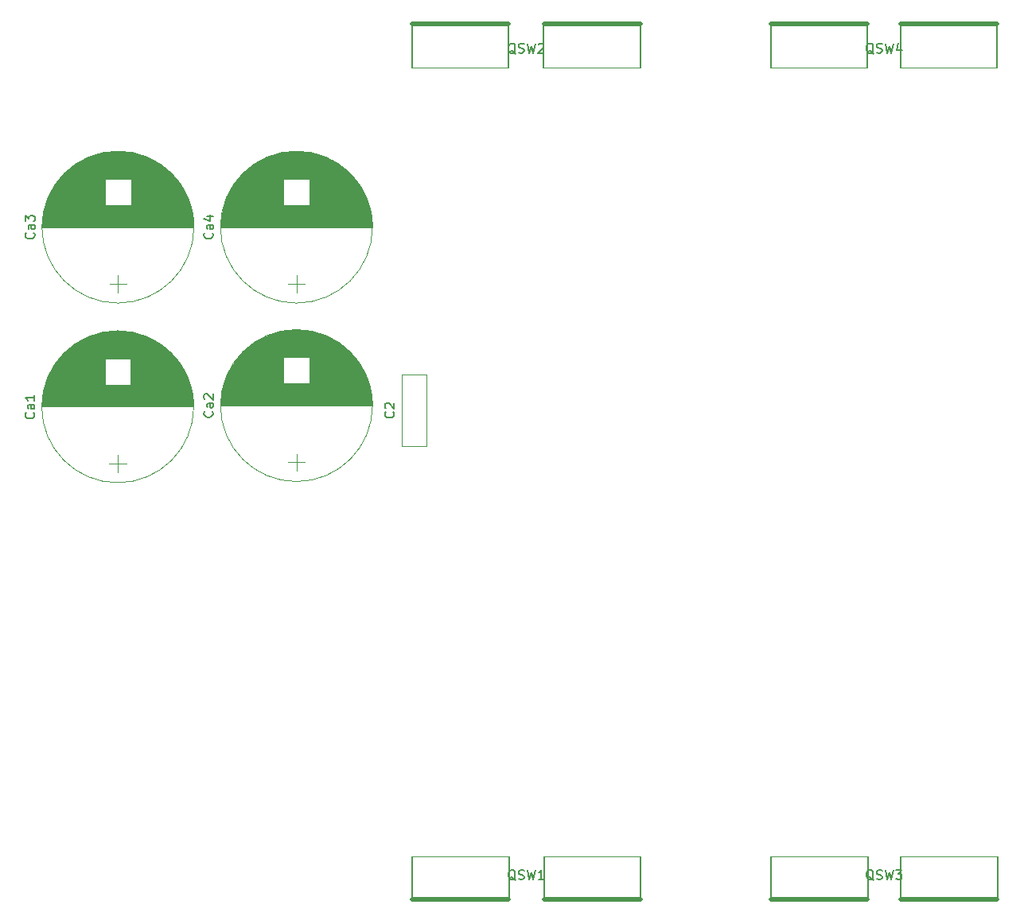
<source format=gbr>
G04 #@! TF.GenerationSoftware,KiCad,Pcbnew,(5.1.2)-1*
G04 #@! TF.CreationDate,2019-07-12T20:41:11-07:00*
G04 #@! TF.ProjectId,1000WConverter_r1_pwr,31303030-5743-46f6-9e76-65727465725f,rev?*
G04 #@! TF.SameCoordinates,Original*
G04 #@! TF.FileFunction,Legend,Top*
G04 #@! TF.FilePolarity,Positive*
%FSLAX46Y46*%
G04 Gerber Fmt 4.6, Leading zero omitted, Abs format (unit mm)*
G04 Created by KiCad (PCBNEW (5.1.2)-1) date 2019-07-12 20:41:11*
%MOMM*%
%LPD*%
G04 APERTURE LIST*
%ADD10C,0.120000*%
%ADD11C,0.480000*%
%ADD12C,0.150000*%
G04 APERTURE END LIST*
D10*
X-35410000Y25000000D02*
G75*
G03X-35410000Y25000000I-8090000J0D01*
G01*
X-51551000Y25000000D02*
X-35449000Y25000000D01*
X-51550000Y25040000D02*
X-35450000Y25040000D01*
X-51550000Y25080000D02*
X-35450000Y25080000D01*
X-51550000Y25120000D02*
X-35450000Y25120000D01*
X-51549000Y25160000D02*
X-35451000Y25160000D01*
X-51548000Y25200000D02*
X-35452000Y25200000D01*
X-51547000Y25240000D02*
X-35453000Y25240000D01*
X-51546000Y25280000D02*
X-35454000Y25280000D01*
X-51544000Y25320000D02*
X-35456000Y25320000D01*
X-51542000Y25360000D02*
X-35458000Y25360000D01*
X-51541000Y25400000D02*
X-35459000Y25400000D01*
X-51539000Y25440000D02*
X-35461000Y25440000D01*
X-51536000Y25480000D02*
X-35464000Y25480000D01*
X-51534000Y25520000D02*
X-35466000Y25520000D01*
X-51531000Y25560000D02*
X-35469000Y25560000D01*
X-51528000Y25600000D02*
X-35472000Y25600000D01*
X-51525000Y25640000D02*
X-35475000Y25640000D01*
X-51522000Y25680000D02*
X-35478000Y25680000D01*
X-51518000Y25721000D02*
X-35482000Y25721000D01*
X-51515000Y25761000D02*
X-35485000Y25761000D01*
X-51511000Y25801000D02*
X-35489000Y25801000D01*
X-51507000Y25841000D02*
X-35493000Y25841000D01*
X-51502000Y25881000D02*
X-35498000Y25881000D01*
X-51498000Y25921000D02*
X-35502000Y25921000D01*
X-51493000Y25961000D02*
X-35507000Y25961000D01*
X-51488000Y26001000D02*
X-35512000Y26001000D01*
X-51483000Y26041000D02*
X-35517000Y26041000D01*
X-51478000Y26081000D02*
X-35522000Y26081000D01*
X-51473000Y26121000D02*
X-35527000Y26121000D01*
X-51467000Y26161000D02*
X-35533000Y26161000D01*
X-51461000Y26201000D02*
X-35539000Y26201000D01*
X-51455000Y26241000D02*
X-35545000Y26241000D01*
X-51449000Y26281000D02*
X-35551000Y26281000D01*
X-51442000Y26321000D02*
X-35558000Y26321000D01*
X-51435000Y26361000D02*
X-35565000Y26361000D01*
X-51428000Y26401000D02*
X-35572000Y26401000D01*
X-51421000Y26441000D02*
X-35579000Y26441000D01*
X-51414000Y26481000D02*
X-35586000Y26481000D01*
X-51406000Y26521000D02*
X-35594000Y26521000D01*
X-51399000Y26561000D02*
X-35601000Y26561000D01*
X-51391000Y26601000D02*
X-35609000Y26601000D01*
X-51383000Y26641000D02*
X-35617000Y26641000D01*
X-51374000Y26681000D02*
X-35626000Y26681000D01*
X-51366000Y26721000D02*
X-35634000Y26721000D01*
X-51357000Y26761000D02*
X-35643000Y26761000D01*
X-51348000Y26801000D02*
X-35652000Y26801000D01*
X-51338000Y26841000D02*
X-35662000Y26841000D01*
X-51329000Y26881000D02*
X-35671000Y26881000D01*
X-51319000Y26921000D02*
X-35681000Y26921000D01*
X-51309000Y26961000D02*
X-35691000Y26961000D01*
X-51299000Y27001000D02*
X-35701000Y27001000D01*
X-51289000Y27041000D02*
X-35711000Y27041000D01*
X-51279000Y27081000D02*
X-35721000Y27081000D01*
X-51268000Y27121000D02*
X-35732000Y27121000D01*
X-51257000Y27161000D02*
X-35743000Y27161000D01*
X-51246000Y27201000D02*
X-35754000Y27201000D01*
X-51234000Y27241000D02*
X-35766000Y27241000D01*
X-51223000Y27281000D02*
X-35777000Y27281000D01*
X-51211000Y27321000D02*
X-35789000Y27321000D01*
X-51199000Y27361000D02*
X-35801000Y27361000D01*
X-51186000Y27401000D02*
X-44880000Y27401000D01*
X-42120000Y27401000D02*
X-35814000Y27401000D01*
X-51174000Y27441000D02*
X-44880000Y27441000D01*
X-42120000Y27441000D02*
X-35826000Y27441000D01*
X-51161000Y27481000D02*
X-44880000Y27481000D01*
X-42120000Y27481000D02*
X-35839000Y27481000D01*
X-51148000Y27521000D02*
X-44880000Y27521000D01*
X-42120000Y27521000D02*
X-35852000Y27521000D01*
X-51135000Y27561000D02*
X-44880000Y27561000D01*
X-42120000Y27561000D02*
X-35865000Y27561000D01*
X-51121000Y27601000D02*
X-44880000Y27601000D01*
X-42120000Y27601000D02*
X-35879000Y27601000D01*
X-51108000Y27641000D02*
X-44880000Y27641000D01*
X-42120000Y27641000D02*
X-35892000Y27641000D01*
X-51094000Y27681000D02*
X-44880000Y27681000D01*
X-42120000Y27681000D02*
X-35906000Y27681000D01*
X-51080000Y27721000D02*
X-44880000Y27721000D01*
X-42120000Y27721000D02*
X-35920000Y27721000D01*
X-51065000Y27761000D02*
X-44880000Y27761000D01*
X-42120000Y27761000D02*
X-35935000Y27761000D01*
X-51050000Y27801000D02*
X-44880000Y27801000D01*
X-42120000Y27801000D02*
X-35950000Y27801000D01*
X-51036000Y27841000D02*
X-44880000Y27841000D01*
X-42120000Y27841000D02*
X-35964000Y27841000D01*
X-51021000Y27881000D02*
X-44880000Y27881000D01*
X-42120000Y27881000D02*
X-35979000Y27881000D01*
X-51005000Y27921000D02*
X-44880000Y27921000D01*
X-42120000Y27921000D02*
X-35995000Y27921000D01*
X-50990000Y27961000D02*
X-44880000Y27961000D01*
X-42120000Y27961000D02*
X-36010000Y27961000D01*
X-50974000Y28001000D02*
X-44880000Y28001000D01*
X-42120000Y28001000D02*
X-36026000Y28001000D01*
X-50958000Y28041000D02*
X-44880000Y28041000D01*
X-42120000Y28041000D02*
X-36042000Y28041000D01*
X-50941000Y28081000D02*
X-44880000Y28081000D01*
X-42120000Y28081000D02*
X-36059000Y28081000D01*
X-50925000Y28121000D02*
X-44880000Y28121000D01*
X-42120000Y28121000D02*
X-36075000Y28121000D01*
X-50908000Y28161000D02*
X-44880000Y28161000D01*
X-42120000Y28161000D02*
X-36092000Y28161000D01*
X-50891000Y28201000D02*
X-44880000Y28201000D01*
X-42120000Y28201000D02*
X-36109000Y28201000D01*
X-50873000Y28241000D02*
X-44880000Y28241000D01*
X-42120000Y28241000D02*
X-36127000Y28241000D01*
X-50856000Y28281000D02*
X-44880000Y28281000D01*
X-42120000Y28281000D02*
X-36144000Y28281000D01*
X-50838000Y28321000D02*
X-44880000Y28321000D01*
X-42120000Y28321000D02*
X-36162000Y28321000D01*
X-50820000Y28361000D02*
X-44880000Y28361000D01*
X-42120000Y28361000D02*
X-36180000Y28361000D01*
X-50801000Y28401000D02*
X-44880000Y28401000D01*
X-42120000Y28401000D02*
X-36199000Y28401000D01*
X-50783000Y28441000D02*
X-44880000Y28441000D01*
X-42120000Y28441000D02*
X-36217000Y28441000D01*
X-50764000Y28481000D02*
X-44880000Y28481000D01*
X-42120000Y28481000D02*
X-36236000Y28481000D01*
X-50745000Y28521000D02*
X-44880000Y28521000D01*
X-42120000Y28521000D02*
X-36255000Y28521000D01*
X-50725000Y28561000D02*
X-44880000Y28561000D01*
X-42120000Y28561000D02*
X-36275000Y28561000D01*
X-50705000Y28601000D02*
X-44880000Y28601000D01*
X-42120000Y28601000D02*
X-36295000Y28601000D01*
X-50685000Y28641000D02*
X-44880000Y28641000D01*
X-42120000Y28641000D02*
X-36315000Y28641000D01*
X-50665000Y28681000D02*
X-44880000Y28681000D01*
X-42120000Y28681000D02*
X-36335000Y28681000D01*
X-50644000Y28721000D02*
X-44880000Y28721000D01*
X-42120000Y28721000D02*
X-36356000Y28721000D01*
X-50624000Y28761000D02*
X-44880000Y28761000D01*
X-42120000Y28761000D02*
X-36376000Y28761000D01*
X-50602000Y28801000D02*
X-44880000Y28801000D01*
X-42120000Y28801000D02*
X-36398000Y28801000D01*
X-50581000Y28841000D02*
X-44880000Y28841000D01*
X-42120000Y28841000D02*
X-36419000Y28841000D01*
X-50559000Y28881000D02*
X-44880000Y28881000D01*
X-42120000Y28881000D02*
X-36441000Y28881000D01*
X-50537000Y28921000D02*
X-44880000Y28921000D01*
X-42120000Y28921000D02*
X-36463000Y28921000D01*
X-50515000Y28961000D02*
X-44880000Y28961000D01*
X-42120000Y28961000D02*
X-36485000Y28961000D01*
X-50492000Y29001000D02*
X-44880000Y29001000D01*
X-42120000Y29001000D02*
X-36508000Y29001000D01*
X-50470000Y29041000D02*
X-44880000Y29041000D01*
X-42120000Y29041000D02*
X-36530000Y29041000D01*
X-50446000Y29081000D02*
X-44880000Y29081000D01*
X-42120000Y29081000D02*
X-36554000Y29081000D01*
X-50423000Y29121000D02*
X-44880000Y29121000D01*
X-42120000Y29121000D02*
X-36577000Y29121000D01*
X-50399000Y29161000D02*
X-44880000Y29161000D01*
X-42120000Y29161000D02*
X-36601000Y29161000D01*
X-50375000Y29201000D02*
X-44880000Y29201000D01*
X-42120000Y29201000D02*
X-36625000Y29201000D01*
X-50350000Y29241000D02*
X-44880000Y29241000D01*
X-42120000Y29241000D02*
X-36650000Y29241000D01*
X-50326000Y29281000D02*
X-44880000Y29281000D01*
X-42120000Y29281000D02*
X-36674000Y29281000D01*
X-50301000Y29321000D02*
X-44880000Y29321000D01*
X-42120000Y29321000D02*
X-36699000Y29321000D01*
X-50275000Y29361000D02*
X-44880000Y29361000D01*
X-42120000Y29361000D02*
X-36725000Y29361000D01*
X-50249000Y29401000D02*
X-44880000Y29401000D01*
X-42120000Y29401000D02*
X-36751000Y29401000D01*
X-50223000Y29441000D02*
X-44880000Y29441000D01*
X-42120000Y29441000D02*
X-36777000Y29441000D01*
X-50197000Y29481000D02*
X-44880000Y29481000D01*
X-42120000Y29481000D02*
X-36803000Y29481000D01*
X-50170000Y29521000D02*
X-44880000Y29521000D01*
X-42120000Y29521000D02*
X-36830000Y29521000D01*
X-50143000Y29561000D02*
X-44880000Y29561000D01*
X-42120000Y29561000D02*
X-36857000Y29561000D01*
X-50115000Y29601000D02*
X-44880000Y29601000D01*
X-42120000Y29601000D02*
X-36885000Y29601000D01*
X-50088000Y29641000D02*
X-44880000Y29641000D01*
X-42120000Y29641000D02*
X-36912000Y29641000D01*
X-50059000Y29681000D02*
X-44880000Y29681000D01*
X-42120000Y29681000D02*
X-36941000Y29681000D01*
X-50031000Y29721000D02*
X-44880000Y29721000D01*
X-42120000Y29721000D02*
X-36969000Y29721000D01*
X-50002000Y29761000D02*
X-44880000Y29761000D01*
X-42120000Y29761000D02*
X-36998000Y29761000D01*
X-49973000Y29801000D02*
X-44880000Y29801000D01*
X-42120000Y29801000D02*
X-37027000Y29801000D01*
X-49943000Y29841000D02*
X-44880000Y29841000D01*
X-42120000Y29841000D02*
X-37057000Y29841000D01*
X-49913000Y29881000D02*
X-44880000Y29881000D01*
X-42120000Y29881000D02*
X-37087000Y29881000D01*
X-49882000Y29921000D02*
X-44880000Y29921000D01*
X-42120000Y29921000D02*
X-37118000Y29921000D01*
X-49852000Y29961000D02*
X-44880000Y29961000D01*
X-42120000Y29961000D02*
X-37148000Y29961000D01*
X-49820000Y30001000D02*
X-44880000Y30001000D01*
X-42120000Y30001000D02*
X-37180000Y30001000D01*
X-49789000Y30041000D02*
X-44880000Y30041000D01*
X-42120000Y30041000D02*
X-37211000Y30041000D01*
X-49757000Y30081000D02*
X-44880000Y30081000D01*
X-42120000Y30081000D02*
X-37243000Y30081000D01*
X-49724000Y30121000D02*
X-44880000Y30121000D01*
X-42120000Y30121000D02*
X-37276000Y30121000D01*
X-49691000Y30161000D02*
X-37309000Y30161000D01*
X-49658000Y30201000D02*
X-37342000Y30201000D01*
X-49624000Y30241000D02*
X-37376000Y30241000D01*
X-49590000Y30281000D02*
X-37410000Y30281000D01*
X-49555000Y30321000D02*
X-37445000Y30321000D01*
X-49520000Y30361000D02*
X-37480000Y30361000D01*
X-49484000Y30401000D02*
X-37516000Y30401000D01*
X-49448000Y30441000D02*
X-37552000Y30441000D01*
X-49412000Y30481000D02*
X-37588000Y30481000D01*
X-49375000Y30521000D02*
X-37625000Y30521000D01*
X-49337000Y30561000D02*
X-37663000Y30561000D01*
X-49299000Y30601000D02*
X-37701000Y30601000D01*
X-49260000Y30641000D02*
X-37740000Y30641000D01*
X-49221000Y30681000D02*
X-37779000Y30681000D01*
X-49181000Y30721000D02*
X-37819000Y30721000D01*
X-49141000Y30761000D02*
X-37859000Y30761000D01*
X-49100000Y30801000D02*
X-37900000Y30801000D01*
X-49059000Y30841000D02*
X-37941000Y30841000D01*
X-49017000Y30881000D02*
X-37983000Y30881000D01*
X-48974000Y30921000D02*
X-38026000Y30921000D01*
X-48931000Y30961000D02*
X-38069000Y30961000D01*
X-48887000Y31001000D02*
X-38113000Y31001000D01*
X-48843000Y31041000D02*
X-38157000Y31041000D01*
X-48797000Y31081000D02*
X-38203000Y31081000D01*
X-48751000Y31121000D02*
X-38249000Y31121000D01*
X-48705000Y31161000D02*
X-38295000Y31161000D01*
X-48657000Y31201000D02*
X-38343000Y31201000D01*
X-48609000Y31241000D02*
X-38391000Y31241000D01*
X-48560000Y31281000D02*
X-38440000Y31281000D01*
X-48511000Y31321000D02*
X-38489000Y31321000D01*
X-48460000Y31361000D02*
X-38540000Y31361000D01*
X-48409000Y31401000D02*
X-38591000Y31401000D01*
X-48357000Y31441000D02*
X-38643000Y31441000D01*
X-48304000Y31481000D02*
X-38696000Y31481000D01*
X-48250000Y31521000D02*
X-38750000Y31521000D01*
X-48195000Y31561000D02*
X-38805000Y31561000D01*
X-48139000Y31601000D02*
X-38861000Y31601000D01*
X-48082000Y31641000D02*
X-38918000Y31641000D01*
X-48024000Y31681000D02*
X-38976000Y31681000D01*
X-47965000Y31721000D02*
X-39035000Y31721000D01*
X-47905000Y31761000D02*
X-39095000Y31761000D01*
X-47843000Y31801000D02*
X-39157000Y31801000D01*
X-47781000Y31841000D02*
X-39219000Y31841000D01*
X-47717000Y31881000D02*
X-39283000Y31881000D01*
X-47651000Y31921000D02*
X-39349000Y31921000D01*
X-47584000Y31961000D02*
X-39416000Y31961000D01*
X-47516000Y32001000D02*
X-39484000Y32001000D01*
X-47446000Y32041000D02*
X-39554000Y32041000D01*
X-47375000Y32081000D02*
X-39625000Y32081000D01*
X-47302000Y32121000D02*
X-39698000Y32121000D01*
X-47226000Y32161000D02*
X-39774000Y32161000D01*
X-47149000Y32201000D02*
X-39851000Y32201000D01*
X-47070000Y32241000D02*
X-39930000Y32241000D01*
X-46989000Y32281000D02*
X-40011000Y32281000D01*
X-46905000Y32321000D02*
X-40095000Y32321000D01*
X-46819000Y32361000D02*
X-40181000Y32361000D01*
X-46730000Y32401000D02*
X-40270000Y32401000D01*
X-46638000Y32441000D02*
X-40362000Y32441000D01*
X-46542000Y32481000D02*
X-40458000Y32481000D01*
X-46443000Y32521000D02*
X-40557000Y32521000D01*
X-46341000Y32561000D02*
X-40659000Y32561000D01*
X-46233000Y32601000D02*
X-40767000Y32601000D01*
X-46121000Y32641000D02*
X-40879000Y32641000D01*
X-46003000Y32681000D02*
X-40997000Y32681000D01*
X-45879000Y32721000D02*
X-41121000Y32721000D01*
X-45748000Y32761000D02*
X-41252000Y32761000D01*
X-45607000Y32801000D02*
X-41393000Y32801000D01*
X-45456000Y32841000D02*
X-41544000Y32841000D01*
X-45292000Y32881000D02*
X-41708000Y32881000D01*
X-45110000Y32921000D02*
X-41890000Y32921000D01*
X-44905000Y32961000D02*
X-42095000Y32961000D01*
X-44664000Y33001000D02*
X-42336000Y33001000D01*
X-44359000Y33041000D02*
X-42641000Y33041000D01*
X-43863000Y33081000D02*
X-43137000Y33081000D01*
X-43500000Y18050000D02*
X-43500000Y19850000D01*
X-44400000Y18950000D02*
X-42600000Y18950000D01*
X-63400000Y18950000D02*
X-61600000Y18950000D01*
X-62500000Y18050000D02*
X-62500000Y19850000D01*
X-62863000Y33081000D02*
X-62137000Y33081000D01*
X-63359000Y33041000D02*
X-61641000Y33041000D01*
X-63664000Y33001000D02*
X-61336000Y33001000D01*
X-63905000Y32961000D02*
X-61095000Y32961000D01*
X-64110000Y32921000D02*
X-60890000Y32921000D01*
X-64292000Y32881000D02*
X-60708000Y32881000D01*
X-64456000Y32841000D02*
X-60544000Y32841000D01*
X-64607000Y32801000D02*
X-60393000Y32801000D01*
X-64748000Y32761000D02*
X-60252000Y32761000D01*
X-64879000Y32721000D02*
X-60121000Y32721000D01*
X-65003000Y32681000D02*
X-59997000Y32681000D01*
X-65121000Y32641000D02*
X-59879000Y32641000D01*
X-65233000Y32601000D02*
X-59767000Y32601000D01*
X-65341000Y32561000D02*
X-59659000Y32561000D01*
X-65443000Y32521000D02*
X-59557000Y32521000D01*
X-65542000Y32481000D02*
X-59458000Y32481000D01*
X-65638000Y32441000D02*
X-59362000Y32441000D01*
X-65730000Y32401000D02*
X-59270000Y32401000D01*
X-65819000Y32361000D02*
X-59181000Y32361000D01*
X-65905000Y32321000D02*
X-59095000Y32321000D01*
X-65989000Y32281000D02*
X-59011000Y32281000D01*
X-66070000Y32241000D02*
X-58930000Y32241000D01*
X-66149000Y32201000D02*
X-58851000Y32201000D01*
X-66226000Y32161000D02*
X-58774000Y32161000D01*
X-66302000Y32121000D02*
X-58698000Y32121000D01*
X-66375000Y32081000D02*
X-58625000Y32081000D01*
X-66446000Y32041000D02*
X-58554000Y32041000D01*
X-66516000Y32001000D02*
X-58484000Y32001000D01*
X-66584000Y31961000D02*
X-58416000Y31961000D01*
X-66651000Y31921000D02*
X-58349000Y31921000D01*
X-66717000Y31881000D02*
X-58283000Y31881000D01*
X-66781000Y31841000D02*
X-58219000Y31841000D01*
X-66843000Y31801000D02*
X-58157000Y31801000D01*
X-66905000Y31761000D02*
X-58095000Y31761000D01*
X-66965000Y31721000D02*
X-58035000Y31721000D01*
X-67024000Y31681000D02*
X-57976000Y31681000D01*
X-67082000Y31641000D02*
X-57918000Y31641000D01*
X-67139000Y31601000D02*
X-57861000Y31601000D01*
X-67195000Y31561000D02*
X-57805000Y31561000D01*
X-67250000Y31521000D02*
X-57750000Y31521000D01*
X-67304000Y31481000D02*
X-57696000Y31481000D01*
X-67357000Y31441000D02*
X-57643000Y31441000D01*
X-67409000Y31401000D02*
X-57591000Y31401000D01*
X-67460000Y31361000D02*
X-57540000Y31361000D01*
X-67511000Y31321000D02*
X-57489000Y31321000D01*
X-67560000Y31281000D02*
X-57440000Y31281000D01*
X-67609000Y31241000D02*
X-57391000Y31241000D01*
X-67657000Y31201000D02*
X-57343000Y31201000D01*
X-67705000Y31161000D02*
X-57295000Y31161000D01*
X-67751000Y31121000D02*
X-57249000Y31121000D01*
X-67797000Y31081000D02*
X-57203000Y31081000D01*
X-67843000Y31041000D02*
X-57157000Y31041000D01*
X-67887000Y31001000D02*
X-57113000Y31001000D01*
X-67931000Y30961000D02*
X-57069000Y30961000D01*
X-67974000Y30921000D02*
X-57026000Y30921000D01*
X-68017000Y30881000D02*
X-56983000Y30881000D01*
X-68059000Y30841000D02*
X-56941000Y30841000D01*
X-68100000Y30801000D02*
X-56900000Y30801000D01*
X-68141000Y30761000D02*
X-56859000Y30761000D01*
X-68181000Y30721000D02*
X-56819000Y30721000D01*
X-68221000Y30681000D02*
X-56779000Y30681000D01*
X-68260000Y30641000D02*
X-56740000Y30641000D01*
X-68299000Y30601000D02*
X-56701000Y30601000D01*
X-68337000Y30561000D02*
X-56663000Y30561000D01*
X-68375000Y30521000D02*
X-56625000Y30521000D01*
X-68412000Y30481000D02*
X-56588000Y30481000D01*
X-68448000Y30441000D02*
X-56552000Y30441000D01*
X-68484000Y30401000D02*
X-56516000Y30401000D01*
X-68520000Y30361000D02*
X-56480000Y30361000D01*
X-68555000Y30321000D02*
X-56445000Y30321000D01*
X-68590000Y30281000D02*
X-56410000Y30281000D01*
X-68624000Y30241000D02*
X-56376000Y30241000D01*
X-68658000Y30201000D02*
X-56342000Y30201000D01*
X-68691000Y30161000D02*
X-56309000Y30161000D01*
X-61120000Y30121000D02*
X-56276000Y30121000D01*
X-68724000Y30121000D02*
X-63880000Y30121000D01*
X-61120000Y30081000D02*
X-56243000Y30081000D01*
X-68757000Y30081000D02*
X-63880000Y30081000D01*
X-61120000Y30041000D02*
X-56211000Y30041000D01*
X-68789000Y30041000D02*
X-63880000Y30041000D01*
X-61120000Y30001000D02*
X-56180000Y30001000D01*
X-68820000Y30001000D02*
X-63880000Y30001000D01*
X-61120000Y29961000D02*
X-56148000Y29961000D01*
X-68852000Y29961000D02*
X-63880000Y29961000D01*
X-61120000Y29921000D02*
X-56118000Y29921000D01*
X-68882000Y29921000D02*
X-63880000Y29921000D01*
X-61120000Y29881000D02*
X-56087000Y29881000D01*
X-68913000Y29881000D02*
X-63880000Y29881000D01*
X-61120000Y29841000D02*
X-56057000Y29841000D01*
X-68943000Y29841000D02*
X-63880000Y29841000D01*
X-61120000Y29801000D02*
X-56027000Y29801000D01*
X-68973000Y29801000D02*
X-63880000Y29801000D01*
X-61120000Y29761000D02*
X-55998000Y29761000D01*
X-69002000Y29761000D02*
X-63880000Y29761000D01*
X-61120000Y29721000D02*
X-55969000Y29721000D01*
X-69031000Y29721000D02*
X-63880000Y29721000D01*
X-61120000Y29681000D02*
X-55941000Y29681000D01*
X-69059000Y29681000D02*
X-63880000Y29681000D01*
X-61120000Y29641000D02*
X-55912000Y29641000D01*
X-69088000Y29641000D02*
X-63880000Y29641000D01*
X-61120000Y29601000D02*
X-55885000Y29601000D01*
X-69115000Y29601000D02*
X-63880000Y29601000D01*
X-61120000Y29561000D02*
X-55857000Y29561000D01*
X-69143000Y29561000D02*
X-63880000Y29561000D01*
X-61120000Y29521000D02*
X-55830000Y29521000D01*
X-69170000Y29521000D02*
X-63880000Y29521000D01*
X-61120000Y29481000D02*
X-55803000Y29481000D01*
X-69197000Y29481000D02*
X-63880000Y29481000D01*
X-61120000Y29441000D02*
X-55777000Y29441000D01*
X-69223000Y29441000D02*
X-63880000Y29441000D01*
X-61120000Y29401000D02*
X-55751000Y29401000D01*
X-69249000Y29401000D02*
X-63880000Y29401000D01*
X-61120000Y29361000D02*
X-55725000Y29361000D01*
X-69275000Y29361000D02*
X-63880000Y29361000D01*
X-61120000Y29321000D02*
X-55699000Y29321000D01*
X-69301000Y29321000D02*
X-63880000Y29321000D01*
X-61120000Y29281000D02*
X-55674000Y29281000D01*
X-69326000Y29281000D02*
X-63880000Y29281000D01*
X-61120000Y29241000D02*
X-55650000Y29241000D01*
X-69350000Y29241000D02*
X-63880000Y29241000D01*
X-61120000Y29201000D02*
X-55625000Y29201000D01*
X-69375000Y29201000D02*
X-63880000Y29201000D01*
X-61120000Y29161000D02*
X-55601000Y29161000D01*
X-69399000Y29161000D02*
X-63880000Y29161000D01*
X-61120000Y29121000D02*
X-55577000Y29121000D01*
X-69423000Y29121000D02*
X-63880000Y29121000D01*
X-61120000Y29081000D02*
X-55554000Y29081000D01*
X-69446000Y29081000D02*
X-63880000Y29081000D01*
X-61120000Y29041000D02*
X-55530000Y29041000D01*
X-69470000Y29041000D02*
X-63880000Y29041000D01*
X-61120000Y29001000D02*
X-55508000Y29001000D01*
X-69492000Y29001000D02*
X-63880000Y29001000D01*
X-61120000Y28961000D02*
X-55485000Y28961000D01*
X-69515000Y28961000D02*
X-63880000Y28961000D01*
X-61120000Y28921000D02*
X-55463000Y28921000D01*
X-69537000Y28921000D02*
X-63880000Y28921000D01*
X-61120000Y28881000D02*
X-55441000Y28881000D01*
X-69559000Y28881000D02*
X-63880000Y28881000D01*
X-61120000Y28841000D02*
X-55419000Y28841000D01*
X-69581000Y28841000D02*
X-63880000Y28841000D01*
X-61120000Y28801000D02*
X-55398000Y28801000D01*
X-69602000Y28801000D02*
X-63880000Y28801000D01*
X-61120000Y28761000D02*
X-55376000Y28761000D01*
X-69624000Y28761000D02*
X-63880000Y28761000D01*
X-61120000Y28721000D02*
X-55356000Y28721000D01*
X-69644000Y28721000D02*
X-63880000Y28721000D01*
X-61120000Y28681000D02*
X-55335000Y28681000D01*
X-69665000Y28681000D02*
X-63880000Y28681000D01*
X-61120000Y28641000D02*
X-55315000Y28641000D01*
X-69685000Y28641000D02*
X-63880000Y28641000D01*
X-61120000Y28601000D02*
X-55295000Y28601000D01*
X-69705000Y28601000D02*
X-63880000Y28601000D01*
X-61120000Y28561000D02*
X-55275000Y28561000D01*
X-69725000Y28561000D02*
X-63880000Y28561000D01*
X-61120000Y28521000D02*
X-55255000Y28521000D01*
X-69745000Y28521000D02*
X-63880000Y28521000D01*
X-61120000Y28481000D02*
X-55236000Y28481000D01*
X-69764000Y28481000D02*
X-63880000Y28481000D01*
X-61120000Y28441000D02*
X-55217000Y28441000D01*
X-69783000Y28441000D02*
X-63880000Y28441000D01*
X-61120000Y28401000D02*
X-55199000Y28401000D01*
X-69801000Y28401000D02*
X-63880000Y28401000D01*
X-61120000Y28361000D02*
X-55180000Y28361000D01*
X-69820000Y28361000D02*
X-63880000Y28361000D01*
X-61120000Y28321000D02*
X-55162000Y28321000D01*
X-69838000Y28321000D02*
X-63880000Y28321000D01*
X-61120000Y28281000D02*
X-55144000Y28281000D01*
X-69856000Y28281000D02*
X-63880000Y28281000D01*
X-61120000Y28241000D02*
X-55127000Y28241000D01*
X-69873000Y28241000D02*
X-63880000Y28241000D01*
X-61120000Y28201000D02*
X-55109000Y28201000D01*
X-69891000Y28201000D02*
X-63880000Y28201000D01*
X-61120000Y28161000D02*
X-55092000Y28161000D01*
X-69908000Y28161000D02*
X-63880000Y28161000D01*
X-61120000Y28121000D02*
X-55075000Y28121000D01*
X-69925000Y28121000D02*
X-63880000Y28121000D01*
X-61120000Y28081000D02*
X-55059000Y28081000D01*
X-69941000Y28081000D02*
X-63880000Y28081000D01*
X-61120000Y28041000D02*
X-55042000Y28041000D01*
X-69958000Y28041000D02*
X-63880000Y28041000D01*
X-61120000Y28001000D02*
X-55026000Y28001000D01*
X-69974000Y28001000D02*
X-63880000Y28001000D01*
X-61120000Y27961000D02*
X-55010000Y27961000D01*
X-69990000Y27961000D02*
X-63880000Y27961000D01*
X-61120000Y27921000D02*
X-54995000Y27921000D01*
X-70005000Y27921000D02*
X-63880000Y27921000D01*
X-61120000Y27881000D02*
X-54979000Y27881000D01*
X-70021000Y27881000D02*
X-63880000Y27881000D01*
X-61120000Y27841000D02*
X-54964000Y27841000D01*
X-70036000Y27841000D02*
X-63880000Y27841000D01*
X-61120000Y27801000D02*
X-54950000Y27801000D01*
X-70050000Y27801000D02*
X-63880000Y27801000D01*
X-61120000Y27761000D02*
X-54935000Y27761000D01*
X-70065000Y27761000D02*
X-63880000Y27761000D01*
X-61120000Y27721000D02*
X-54920000Y27721000D01*
X-70080000Y27721000D02*
X-63880000Y27721000D01*
X-61120000Y27681000D02*
X-54906000Y27681000D01*
X-70094000Y27681000D02*
X-63880000Y27681000D01*
X-61120000Y27641000D02*
X-54892000Y27641000D01*
X-70108000Y27641000D02*
X-63880000Y27641000D01*
X-61120000Y27601000D02*
X-54879000Y27601000D01*
X-70121000Y27601000D02*
X-63880000Y27601000D01*
X-61120000Y27561000D02*
X-54865000Y27561000D01*
X-70135000Y27561000D02*
X-63880000Y27561000D01*
X-61120000Y27521000D02*
X-54852000Y27521000D01*
X-70148000Y27521000D02*
X-63880000Y27521000D01*
X-61120000Y27481000D02*
X-54839000Y27481000D01*
X-70161000Y27481000D02*
X-63880000Y27481000D01*
X-61120000Y27441000D02*
X-54826000Y27441000D01*
X-70174000Y27441000D02*
X-63880000Y27441000D01*
X-61120000Y27401000D02*
X-54814000Y27401000D01*
X-70186000Y27401000D02*
X-63880000Y27401000D01*
X-70199000Y27361000D02*
X-54801000Y27361000D01*
X-70211000Y27321000D02*
X-54789000Y27321000D01*
X-70223000Y27281000D02*
X-54777000Y27281000D01*
X-70234000Y27241000D02*
X-54766000Y27241000D01*
X-70246000Y27201000D02*
X-54754000Y27201000D01*
X-70257000Y27161000D02*
X-54743000Y27161000D01*
X-70268000Y27121000D02*
X-54732000Y27121000D01*
X-70279000Y27081000D02*
X-54721000Y27081000D01*
X-70289000Y27041000D02*
X-54711000Y27041000D01*
X-70299000Y27001000D02*
X-54701000Y27001000D01*
X-70309000Y26961000D02*
X-54691000Y26961000D01*
X-70319000Y26921000D02*
X-54681000Y26921000D01*
X-70329000Y26881000D02*
X-54671000Y26881000D01*
X-70338000Y26841000D02*
X-54662000Y26841000D01*
X-70348000Y26801000D02*
X-54652000Y26801000D01*
X-70357000Y26761000D02*
X-54643000Y26761000D01*
X-70366000Y26721000D02*
X-54634000Y26721000D01*
X-70374000Y26681000D02*
X-54626000Y26681000D01*
X-70383000Y26641000D02*
X-54617000Y26641000D01*
X-70391000Y26601000D02*
X-54609000Y26601000D01*
X-70399000Y26561000D02*
X-54601000Y26561000D01*
X-70406000Y26521000D02*
X-54594000Y26521000D01*
X-70414000Y26481000D02*
X-54586000Y26481000D01*
X-70421000Y26441000D02*
X-54579000Y26441000D01*
X-70428000Y26401000D02*
X-54572000Y26401000D01*
X-70435000Y26361000D02*
X-54565000Y26361000D01*
X-70442000Y26321000D02*
X-54558000Y26321000D01*
X-70449000Y26281000D02*
X-54551000Y26281000D01*
X-70455000Y26241000D02*
X-54545000Y26241000D01*
X-70461000Y26201000D02*
X-54539000Y26201000D01*
X-70467000Y26161000D02*
X-54533000Y26161000D01*
X-70473000Y26121000D02*
X-54527000Y26121000D01*
X-70478000Y26081000D02*
X-54522000Y26081000D01*
X-70483000Y26041000D02*
X-54517000Y26041000D01*
X-70488000Y26001000D02*
X-54512000Y26001000D01*
X-70493000Y25961000D02*
X-54507000Y25961000D01*
X-70498000Y25921000D02*
X-54502000Y25921000D01*
X-70502000Y25881000D02*
X-54498000Y25881000D01*
X-70507000Y25841000D02*
X-54493000Y25841000D01*
X-70511000Y25801000D02*
X-54489000Y25801000D01*
X-70515000Y25761000D02*
X-54485000Y25761000D01*
X-70518000Y25721000D02*
X-54482000Y25721000D01*
X-70522000Y25680000D02*
X-54478000Y25680000D01*
X-70525000Y25640000D02*
X-54475000Y25640000D01*
X-70528000Y25600000D02*
X-54472000Y25600000D01*
X-70531000Y25560000D02*
X-54469000Y25560000D01*
X-70534000Y25520000D02*
X-54466000Y25520000D01*
X-70536000Y25480000D02*
X-54464000Y25480000D01*
X-70539000Y25440000D02*
X-54461000Y25440000D01*
X-70541000Y25400000D02*
X-54459000Y25400000D01*
X-70542000Y25360000D02*
X-54458000Y25360000D01*
X-70544000Y25320000D02*
X-54456000Y25320000D01*
X-70546000Y25280000D02*
X-54454000Y25280000D01*
X-70547000Y25240000D02*
X-54453000Y25240000D01*
X-70548000Y25200000D02*
X-54452000Y25200000D01*
X-70549000Y25160000D02*
X-54451000Y25160000D01*
X-70550000Y25120000D02*
X-54450000Y25120000D01*
X-70550000Y25080000D02*
X-54450000Y25080000D01*
X-70550000Y25040000D02*
X-54450000Y25040000D01*
X-70551000Y25000000D02*
X-54449000Y25000000D01*
X-54410000Y25000000D02*
G75*
G03X-54410000Y25000000I-8090000J0D01*
G01*
X-35410000Y6000000D02*
G75*
G03X-35410000Y6000000I-8090000J0D01*
G01*
X-51551000Y6000000D02*
X-35449000Y6000000D01*
X-51550000Y6040000D02*
X-35450000Y6040000D01*
X-51550000Y6080000D02*
X-35450000Y6080000D01*
X-51550000Y6120000D02*
X-35450000Y6120000D01*
X-51549000Y6160000D02*
X-35451000Y6160000D01*
X-51548000Y6200000D02*
X-35452000Y6200000D01*
X-51547000Y6240000D02*
X-35453000Y6240000D01*
X-51546000Y6280000D02*
X-35454000Y6280000D01*
X-51544000Y6320000D02*
X-35456000Y6320000D01*
X-51542000Y6360000D02*
X-35458000Y6360000D01*
X-51541000Y6400000D02*
X-35459000Y6400000D01*
X-51539000Y6440000D02*
X-35461000Y6440000D01*
X-51536000Y6480000D02*
X-35464000Y6480000D01*
X-51534000Y6520000D02*
X-35466000Y6520000D01*
X-51531000Y6560000D02*
X-35469000Y6560000D01*
X-51528000Y6600000D02*
X-35472000Y6600000D01*
X-51525000Y6640000D02*
X-35475000Y6640000D01*
X-51522000Y6680000D02*
X-35478000Y6680000D01*
X-51518000Y6721000D02*
X-35482000Y6721000D01*
X-51515000Y6761000D02*
X-35485000Y6761000D01*
X-51511000Y6801000D02*
X-35489000Y6801000D01*
X-51507000Y6841000D02*
X-35493000Y6841000D01*
X-51502000Y6881000D02*
X-35498000Y6881000D01*
X-51498000Y6921000D02*
X-35502000Y6921000D01*
X-51493000Y6961000D02*
X-35507000Y6961000D01*
X-51488000Y7001000D02*
X-35512000Y7001000D01*
X-51483000Y7041000D02*
X-35517000Y7041000D01*
X-51478000Y7081000D02*
X-35522000Y7081000D01*
X-51473000Y7121000D02*
X-35527000Y7121000D01*
X-51467000Y7161000D02*
X-35533000Y7161000D01*
X-51461000Y7201000D02*
X-35539000Y7201000D01*
X-51455000Y7241000D02*
X-35545000Y7241000D01*
X-51449000Y7281000D02*
X-35551000Y7281000D01*
X-51442000Y7321000D02*
X-35558000Y7321000D01*
X-51435000Y7361000D02*
X-35565000Y7361000D01*
X-51428000Y7401000D02*
X-35572000Y7401000D01*
X-51421000Y7441000D02*
X-35579000Y7441000D01*
X-51414000Y7481000D02*
X-35586000Y7481000D01*
X-51406000Y7521000D02*
X-35594000Y7521000D01*
X-51399000Y7561000D02*
X-35601000Y7561000D01*
X-51391000Y7601000D02*
X-35609000Y7601000D01*
X-51383000Y7641000D02*
X-35617000Y7641000D01*
X-51374000Y7681000D02*
X-35626000Y7681000D01*
X-51366000Y7721000D02*
X-35634000Y7721000D01*
X-51357000Y7761000D02*
X-35643000Y7761000D01*
X-51348000Y7801000D02*
X-35652000Y7801000D01*
X-51338000Y7841000D02*
X-35662000Y7841000D01*
X-51329000Y7881000D02*
X-35671000Y7881000D01*
X-51319000Y7921000D02*
X-35681000Y7921000D01*
X-51309000Y7961000D02*
X-35691000Y7961000D01*
X-51299000Y8001000D02*
X-35701000Y8001000D01*
X-51289000Y8041000D02*
X-35711000Y8041000D01*
X-51279000Y8081000D02*
X-35721000Y8081000D01*
X-51268000Y8121000D02*
X-35732000Y8121000D01*
X-51257000Y8161000D02*
X-35743000Y8161000D01*
X-51246000Y8201000D02*
X-35754000Y8201000D01*
X-51234000Y8241000D02*
X-35766000Y8241000D01*
X-51223000Y8281000D02*
X-35777000Y8281000D01*
X-51211000Y8321000D02*
X-35789000Y8321000D01*
X-51199000Y8361000D02*
X-35801000Y8361000D01*
X-51186000Y8401000D02*
X-44880000Y8401000D01*
X-42120000Y8401000D02*
X-35814000Y8401000D01*
X-51174000Y8441000D02*
X-44880000Y8441000D01*
X-42120000Y8441000D02*
X-35826000Y8441000D01*
X-51161000Y8481000D02*
X-44880000Y8481000D01*
X-42120000Y8481000D02*
X-35839000Y8481000D01*
X-51148000Y8521000D02*
X-44880000Y8521000D01*
X-42120000Y8521000D02*
X-35852000Y8521000D01*
X-51135000Y8561000D02*
X-44880000Y8561000D01*
X-42120000Y8561000D02*
X-35865000Y8561000D01*
X-51121000Y8601000D02*
X-44880000Y8601000D01*
X-42120000Y8601000D02*
X-35879000Y8601000D01*
X-51108000Y8641000D02*
X-44880000Y8641000D01*
X-42120000Y8641000D02*
X-35892000Y8641000D01*
X-51094000Y8681000D02*
X-44880000Y8681000D01*
X-42120000Y8681000D02*
X-35906000Y8681000D01*
X-51080000Y8721000D02*
X-44880000Y8721000D01*
X-42120000Y8721000D02*
X-35920000Y8721000D01*
X-51065000Y8761000D02*
X-44880000Y8761000D01*
X-42120000Y8761000D02*
X-35935000Y8761000D01*
X-51050000Y8801000D02*
X-44880000Y8801000D01*
X-42120000Y8801000D02*
X-35950000Y8801000D01*
X-51036000Y8841000D02*
X-44880000Y8841000D01*
X-42120000Y8841000D02*
X-35964000Y8841000D01*
X-51021000Y8881000D02*
X-44880000Y8881000D01*
X-42120000Y8881000D02*
X-35979000Y8881000D01*
X-51005000Y8921000D02*
X-44880000Y8921000D01*
X-42120000Y8921000D02*
X-35995000Y8921000D01*
X-50990000Y8961000D02*
X-44880000Y8961000D01*
X-42120000Y8961000D02*
X-36010000Y8961000D01*
X-50974000Y9001000D02*
X-44880000Y9001000D01*
X-42120000Y9001000D02*
X-36026000Y9001000D01*
X-50958000Y9041000D02*
X-44880000Y9041000D01*
X-42120000Y9041000D02*
X-36042000Y9041000D01*
X-50941000Y9081000D02*
X-44880000Y9081000D01*
X-42120000Y9081000D02*
X-36059000Y9081000D01*
X-50925000Y9121000D02*
X-44880000Y9121000D01*
X-42120000Y9121000D02*
X-36075000Y9121000D01*
X-50908000Y9161000D02*
X-44880000Y9161000D01*
X-42120000Y9161000D02*
X-36092000Y9161000D01*
X-50891000Y9201000D02*
X-44880000Y9201000D01*
X-42120000Y9201000D02*
X-36109000Y9201000D01*
X-50873000Y9241000D02*
X-44880000Y9241000D01*
X-42120000Y9241000D02*
X-36127000Y9241000D01*
X-50856000Y9281000D02*
X-44880000Y9281000D01*
X-42120000Y9281000D02*
X-36144000Y9281000D01*
X-50838000Y9321000D02*
X-44880000Y9321000D01*
X-42120000Y9321000D02*
X-36162000Y9321000D01*
X-50820000Y9361000D02*
X-44880000Y9361000D01*
X-42120000Y9361000D02*
X-36180000Y9361000D01*
X-50801000Y9401000D02*
X-44880000Y9401000D01*
X-42120000Y9401000D02*
X-36199000Y9401000D01*
X-50783000Y9441000D02*
X-44880000Y9441000D01*
X-42120000Y9441000D02*
X-36217000Y9441000D01*
X-50764000Y9481000D02*
X-44880000Y9481000D01*
X-42120000Y9481000D02*
X-36236000Y9481000D01*
X-50745000Y9521000D02*
X-44880000Y9521000D01*
X-42120000Y9521000D02*
X-36255000Y9521000D01*
X-50725000Y9561000D02*
X-44880000Y9561000D01*
X-42120000Y9561000D02*
X-36275000Y9561000D01*
X-50705000Y9601000D02*
X-44880000Y9601000D01*
X-42120000Y9601000D02*
X-36295000Y9601000D01*
X-50685000Y9641000D02*
X-44880000Y9641000D01*
X-42120000Y9641000D02*
X-36315000Y9641000D01*
X-50665000Y9681000D02*
X-44880000Y9681000D01*
X-42120000Y9681000D02*
X-36335000Y9681000D01*
X-50644000Y9721000D02*
X-44880000Y9721000D01*
X-42120000Y9721000D02*
X-36356000Y9721000D01*
X-50624000Y9761000D02*
X-44880000Y9761000D01*
X-42120000Y9761000D02*
X-36376000Y9761000D01*
X-50602000Y9801000D02*
X-44880000Y9801000D01*
X-42120000Y9801000D02*
X-36398000Y9801000D01*
X-50581000Y9841000D02*
X-44880000Y9841000D01*
X-42120000Y9841000D02*
X-36419000Y9841000D01*
X-50559000Y9881000D02*
X-44880000Y9881000D01*
X-42120000Y9881000D02*
X-36441000Y9881000D01*
X-50537000Y9921000D02*
X-44880000Y9921000D01*
X-42120000Y9921000D02*
X-36463000Y9921000D01*
X-50515000Y9961000D02*
X-44880000Y9961000D01*
X-42120000Y9961000D02*
X-36485000Y9961000D01*
X-50492000Y10001000D02*
X-44880000Y10001000D01*
X-42120000Y10001000D02*
X-36508000Y10001000D01*
X-50470000Y10041000D02*
X-44880000Y10041000D01*
X-42120000Y10041000D02*
X-36530000Y10041000D01*
X-50446000Y10081000D02*
X-44880000Y10081000D01*
X-42120000Y10081000D02*
X-36554000Y10081000D01*
X-50423000Y10121000D02*
X-44880000Y10121000D01*
X-42120000Y10121000D02*
X-36577000Y10121000D01*
X-50399000Y10161000D02*
X-44880000Y10161000D01*
X-42120000Y10161000D02*
X-36601000Y10161000D01*
X-50375000Y10201000D02*
X-44880000Y10201000D01*
X-42120000Y10201000D02*
X-36625000Y10201000D01*
X-50350000Y10241000D02*
X-44880000Y10241000D01*
X-42120000Y10241000D02*
X-36650000Y10241000D01*
X-50326000Y10281000D02*
X-44880000Y10281000D01*
X-42120000Y10281000D02*
X-36674000Y10281000D01*
X-50301000Y10321000D02*
X-44880000Y10321000D01*
X-42120000Y10321000D02*
X-36699000Y10321000D01*
X-50275000Y10361000D02*
X-44880000Y10361000D01*
X-42120000Y10361000D02*
X-36725000Y10361000D01*
X-50249000Y10401000D02*
X-44880000Y10401000D01*
X-42120000Y10401000D02*
X-36751000Y10401000D01*
X-50223000Y10441000D02*
X-44880000Y10441000D01*
X-42120000Y10441000D02*
X-36777000Y10441000D01*
X-50197000Y10481000D02*
X-44880000Y10481000D01*
X-42120000Y10481000D02*
X-36803000Y10481000D01*
X-50170000Y10521000D02*
X-44880000Y10521000D01*
X-42120000Y10521000D02*
X-36830000Y10521000D01*
X-50143000Y10561000D02*
X-44880000Y10561000D01*
X-42120000Y10561000D02*
X-36857000Y10561000D01*
X-50115000Y10601000D02*
X-44880000Y10601000D01*
X-42120000Y10601000D02*
X-36885000Y10601000D01*
X-50088000Y10641000D02*
X-44880000Y10641000D01*
X-42120000Y10641000D02*
X-36912000Y10641000D01*
X-50059000Y10681000D02*
X-44880000Y10681000D01*
X-42120000Y10681000D02*
X-36941000Y10681000D01*
X-50031000Y10721000D02*
X-44880000Y10721000D01*
X-42120000Y10721000D02*
X-36969000Y10721000D01*
X-50002000Y10761000D02*
X-44880000Y10761000D01*
X-42120000Y10761000D02*
X-36998000Y10761000D01*
X-49973000Y10801000D02*
X-44880000Y10801000D01*
X-42120000Y10801000D02*
X-37027000Y10801000D01*
X-49943000Y10841000D02*
X-44880000Y10841000D01*
X-42120000Y10841000D02*
X-37057000Y10841000D01*
X-49913000Y10881000D02*
X-44880000Y10881000D01*
X-42120000Y10881000D02*
X-37087000Y10881000D01*
X-49882000Y10921000D02*
X-44880000Y10921000D01*
X-42120000Y10921000D02*
X-37118000Y10921000D01*
X-49852000Y10961000D02*
X-44880000Y10961000D01*
X-42120000Y10961000D02*
X-37148000Y10961000D01*
X-49820000Y11001000D02*
X-44880000Y11001000D01*
X-42120000Y11001000D02*
X-37180000Y11001000D01*
X-49789000Y11041000D02*
X-44880000Y11041000D01*
X-42120000Y11041000D02*
X-37211000Y11041000D01*
X-49757000Y11081000D02*
X-44880000Y11081000D01*
X-42120000Y11081000D02*
X-37243000Y11081000D01*
X-49724000Y11121000D02*
X-44880000Y11121000D01*
X-42120000Y11121000D02*
X-37276000Y11121000D01*
X-49691000Y11161000D02*
X-37309000Y11161000D01*
X-49658000Y11201000D02*
X-37342000Y11201000D01*
X-49624000Y11241000D02*
X-37376000Y11241000D01*
X-49590000Y11281000D02*
X-37410000Y11281000D01*
X-49555000Y11321000D02*
X-37445000Y11321000D01*
X-49520000Y11361000D02*
X-37480000Y11361000D01*
X-49484000Y11401000D02*
X-37516000Y11401000D01*
X-49448000Y11441000D02*
X-37552000Y11441000D01*
X-49412000Y11481000D02*
X-37588000Y11481000D01*
X-49375000Y11521000D02*
X-37625000Y11521000D01*
X-49337000Y11561000D02*
X-37663000Y11561000D01*
X-49299000Y11601000D02*
X-37701000Y11601000D01*
X-49260000Y11641000D02*
X-37740000Y11641000D01*
X-49221000Y11681000D02*
X-37779000Y11681000D01*
X-49181000Y11721000D02*
X-37819000Y11721000D01*
X-49141000Y11761000D02*
X-37859000Y11761000D01*
X-49100000Y11801000D02*
X-37900000Y11801000D01*
X-49059000Y11841000D02*
X-37941000Y11841000D01*
X-49017000Y11881000D02*
X-37983000Y11881000D01*
X-48974000Y11921000D02*
X-38026000Y11921000D01*
X-48931000Y11961000D02*
X-38069000Y11961000D01*
X-48887000Y12001000D02*
X-38113000Y12001000D01*
X-48843000Y12041000D02*
X-38157000Y12041000D01*
X-48797000Y12081000D02*
X-38203000Y12081000D01*
X-48751000Y12121000D02*
X-38249000Y12121000D01*
X-48705000Y12161000D02*
X-38295000Y12161000D01*
X-48657000Y12201000D02*
X-38343000Y12201000D01*
X-48609000Y12241000D02*
X-38391000Y12241000D01*
X-48560000Y12281000D02*
X-38440000Y12281000D01*
X-48511000Y12321000D02*
X-38489000Y12321000D01*
X-48460000Y12361000D02*
X-38540000Y12361000D01*
X-48409000Y12401000D02*
X-38591000Y12401000D01*
X-48357000Y12441000D02*
X-38643000Y12441000D01*
X-48304000Y12481000D02*
X-38696000Y12481000D01*
X-48250000Y12521000D02*
X-38750000Y12521000D01*
X-48195000Y12561000D02*
X-38805000Y12561000D01*
X-48139000Y12601000D02*
X-38861000Y12601000D01*
X-48082000Y12641000D02*
X-38918000Y12641000D01*
X-48024000Y12681000D02*
X-38976000Y12681000D01*
X-47965000Y12721000D02*
X-39035000Y12721000D01*
X-47905000Y12761000D02*
X-39095000Y12761000D01*
X-47843000Y12801000D02*
X-39157000Y12801000D01*
X-47781000Y12841000D02*
X-39219000Y12841000D01*
X-47717000Y12881000D02*
X-39283000Y12881000D01*
X-47651000Y12921000D02*
X-39349000Y12921000D01*
X-47584000Y12961000D02*
X-39416000Y12961000D01*
X-47516000Y13001000D02*
X-39484000Y13001000D01*
X-47446000Y13041000D02*
X-39554000Y13041000D01*
X-47375000Y13081000D02*
X-39625000Y13081000D01*
X-47302000Y13121000D02*
X-39698000Y13121000D01*
X-47226000Y13161000D02*
X-39774000Y13161000D01*
X-47149000Y13201000D02*
X-39851000Y13201000D01*
X-47070000Y13241000D02*
X-39930000Y13241000D01*
X-46989000Y13281000D02*
X-40011000Y13281000D01*
X-46905000Y13321000D02*
X-40095000Y13321000D01*
X-46819000Y13361000D02*
X-40181000Y13361000D01*
X-46730000Y13401000D02*
X-40270000Y13401000D01*
X-46638000Y13441000D02*
X-40362000Y13441000D01*
X-46542000Y13481000D02*
X-40458000Y13481000D01*
X-46443000Y13521000D02*
X-40557000Y13521000D01*
X-46341000Y13561000D02*
X-40659000Y13561000D01*
X-46233000Y13601000D02*
X-40767000Y13601000D01*
X-46121000Y13641000D02*
X-40879000Y13641000D01*
X-46003000Y13681000D02*
X-40997000Y13681000D01*
X-45879000Y13721000D02*
X-41121000Y13721000D01*
X-45748000Y13761000D02*
X-41252000Y13761000D01*
X-45607000Y13801000D02*
X-41393000Y13801000D01*
X-45456000Y13841000D02*
X-41544000Y13841000D01*
X-45292000Y13881000D02*
X-41708000Y13881000D01*
X-45110000Y13921000D02*
X-41890000Y13921000D01*
X-44905000Y13961000D02*
X-42095000Y13961000D01*
X-44664000Y14001000D02*
X-42336000Y14001000D01*
X-44359000Y14041000D02*
X-42641000Y14041000D01*
X-43863000Y14081000D02*
X-43137000Y14081000D01*
X-43500000Y-950000D02*
X-43500000Y850000D01*
X-44400000Y-50000D02*
X-42600000Y-50000D01*
X-63422499Y-174998D02*
X-61622499Y-174998D01*
X-62522499Y-1074998D02*
X-62522499Y725002D01*
X-62885499Y13956002D02*
X-62159499Y13956002D01*
X-63381499Y13916002D02*
X-61663499Y13916002D01*
X-63686499Y13876002D02*
X-61358499Y13876002D01*
X-63927499Y13836002D02*
X-61117499Y13836002D01*
X-64132499Y13796002D02*
X-60912499Y13796002D01*
X-64314499Y13756002D02*
X-60730499Y13756002D01*
X-64478499Y13716002D02*
X-60566499Y13716002D01*
X-64629499Y13676002D02*
X-60415499Y13676002D01*
X-64770499Y13636002D02*
X-60274499Y13636002D01*
X-64901499Y13596002D02*
X-60143499Y13596002D01*
X-65025499Y13556002D02*
X-60019499Y13556002D01*
X-65143499Y13516002D02*
X-59901499Y13516002D01*
X-65255499Y13476002D02*
X-59789499Y13476002D01*
X-65363499Y13436002D02*
X-59681499Y13436002D01*
X-65465499Y13396002D02*
X-59579499Y13396002D01*
X-65564499Y13356002D02*
X-59480499Y13356002D01*
X-65660499Y13316002D02*
X-59384499Y13316002D01*
X-65752499Y13276002D02*
X-59292499Y13276002D01*
X-65841499Y13236002D02*
X-59203499Y13236002D01*
X-65927499Y13196002D02*
X-59117499Y13196002D01*
X-66011499Y13156002D02*
X-59033499Y13156002D01*
X-66092499Y13116002D02*
X-58952499Y13116002D01*
X-66171499Y13076002D02*
X-58873499Y13076002D01*
X-66248499Y13036002D02*
X-58796499Y13036002D01*
X-66324499Y12996002D02*
X-58720499Y12996002D01*
X-66397499Y12956002D02*
X-58647499Y12956002D01*
X-66468499Y12916002D02*
X-58576499Y12916002D01*
X-66538499Y12876002D02*
X-58506499Y12876002D01*
X-66606499Y12836002D02*
X-58438499Y12836002D01*
X-66673499Y12796002D02*
X-58371499Y12796002D01*
X-66739499Y12756002D02*
X-58305499Y12756002D01*
X-66803499Y12716002D02*
X-58241499Y12716002D01*
X-66865499Y12676002D02*
X-58179499Y12676002D01*
X-66927499Y12636002D02*
X-58117499Y12636002D01*
X-66987499Y12596002D02*
X-58057499Y12596002D01*
X-67046499Y12556002D02*
X-57998499Y12556002D01*
X-67104499Y12516002D02*
X-57940499Y12516002D01*
X-67161499Y12476002D02*
X-57883499Y12476002D01*
X-67217499Y12436002D02*
X-57827499Y12436002D01*
X-67272499Y12396002D02*
X-57772499Y12396002D01*
X-67326499Y12356002D02*
X-57718499Y12356002D01*
X-67379499Y12316002D02*
X-57665499Y12316002D01*
X-67431499Y12276002D02*
X-57613499Y12276002D01*
X-67482499Y12236002D02*
X-57562499Y12236002D01*
X-67533499Y12196002D02*
X-57511499Y12196002D01*
X-67582499Y12156002D02*
X-57462499Y12156002D01*
X-67631499Y12116002D02*
X-57413499Y12116002D01*
X-67679499Y12076002D02*
X-57365499Y12076002D01*
X-67727499Y12036002D02*
X-57317499Y12036002D01*
X-67773499Y11996002D02*
X-57271499Y11996002D01*
X-67819499Y11956002D02*
X-57225499Y11956002D01*
X-67865499Y11916002D02*
X-57179499Y11916002D01*
X-67909499Y11876002D02*
X-57135499Y11876002D01*
X-67953499Y11836002D02*
X-57091499Y11836002D01*
X-67996499Y11796002D02*
X-57048499Y11796002D01*
X-68039499Y11756002D02*
X-57005499Y11756002D01*
X-68081499Y11716002D02*
X-56963499Y11716002D01*
X-68122499Y11676002D02*
X-56922499Y11676002D01*
X-68163499Y11636002D02*
X-56881499Y11636002D01*
X-68203499Y11596002D02*
X-56841499Y11596002D01*
X-68243499Y11556002D02*
X-56801499Y11556002D01*
X-68282499Y11516002D02*
X-56762499Y11516002D01*
X-68321499Y11476002D02*
X-56723499Y11476002D01*
X-68359499Y11436002D02*
X-56685499Y11436002D01*
X-68397499Y11396002D02*
X-56647499Y11396002D01*
X-68434499Y11356002D02*
X-56610499Y11356002D01*
X-68470499Y11316002D02*
X-56574499Y11316002D01*
X-68506499Y11276002D02*
X-56538499Y11276002D01*
X-68542499Y11236002D02*
X-56502499Y11236002D01*
X-68577499Y11196002D02*
X-56467499Y11196002D01*
X-68612499Y11156002D02*
X-56432499Y11156002D01*
X-68646499Y11116002D02*
X-56398499Y11116002D01*
X-68680499Y11076002D02*
X-56364499Y11076002D01*
X-68713499Y11036002D02*
X-56331499Y11036002D01*
X-61142499Y10996002D02*
X-56298499Y10996002D01*
X-68746499Y10996002D02*
X-63902499Y10996002D01*
X-61142499Y10956002D02*
X-56265499Y10956002D01*
X-68779499Y10956002D02*
X-63902499Y10956002D01*
X-61142499Y10916002D02*
X-56233499Y10916002D01*
X-68811499Y10916002D02*
X-63902499Y10916002D01*
X-61142499Y10876002D02*
X-56202499Y10876002D01*
X-68842499Y10876002D02*
X-63902499Y10876002D01*
X-61142499Y10836002D02*
X-56170499Y10836002D01*
X-68874499Y10836002D02*
X-63902499Y10836002D01*
X-61142499Y10796002D02*
X-56140499Y10796002D01*
X-68904499Y10796002D02*
X-63902499Y10796002D01*
X-61142499Y10756002D02*
X-56109499Y10756002D01*
X-68935499Y10756002D02*
X-63902499Y10756002D01*
X-61142499Y10716002D02*
X-56079499Y10716002D01*
X-68965499Y10716002D02*
X-63902499Y10716002D01*
X-61142499Y10676002D02*
X-56049499Y10676002D01*
X-68995499Y10676002D02*
X-63902499Y10676002D01*
X-61142499Y10636002D02*
X-56020499Y10636002D01*
X-69024499Y10636002D02*
X-63902499Y10636002D01*
X-61142499Y10596002D02*
X-55991499Y10596002D01*
X-69053499Y10596002D02*
X-63902499Y10596002D01*
X-61142499Y10556002D02*
X-55963499Y10556002D01*
X-69081499Y10556002D02*
X-63902499Y10556002D01*
X-61142499Y10516002D02*
X-55934499Y10516002D01*
X-69110499Y10516002D02*
X-63902499Y10516002D01*
X-61142499Y10476002D02*
X-55907499Y10476002D01*
X-69137499Y10476002D02*
X-63902499Y10476002D01*
X-61142499Y10436002D02*
X-55879499Y10436002D01*
X-69165499Y10436002D02*
X-63902499Y10436002D01*
X-61142499Y10396002D02*
X-55852499Y10396002D01*
X-69192499Y10396002D02*
X-63902499Y10396002D01*
X-61142499Y10356002D02*
X-55825499Y10356002D01*
X-69219499Y10356002D02*
X-63902499Y10356002D01*
X-61142499Y10316002D02*
X-55799499Y10316002D01*
X-69245499Y10316002D02*
X-63902499Y10316002D01*
X-61142499Y10276002D02*
X-55773499Y10276002D01*
X-69271499Y10276002D02*
X-63902499Y10276002D01*
X-61142499Y10236002D02*
X-55747499Y10236002D01*
X-69297499Y10236002D02*
X-63902499Y10236002D01*
X-61142499Y10196002D02*
X-55721499Y10196002D01*
X-69323499Y10196002D02*
X-63902499Y10196002D01*
X-61142499Y10156002D02*
X-55696499Y10156002D01*
X-69348499Y10156002D02*
X-63902499Y10156002D01*
X-61142499Y10116002D02*
X-55672499Y10116002D01*
X-69372499Y10116002D02*
X-63902499Y10116002D01*
X-61142499Y10076002D02*
X-55647499Y10076002D01*
X-69397499Y10076002D02*
X-63902499Y10076002D01*
X-61142499Y10036002D02*
X-55623499Y10036002D01*
X-69421499Y10036002D02*
X-63902499Y10036002D01*
X-61142499Y9996002D02*
X-55599499Y9996002D01*
X-69445499Y9996002D02*
X-63902499Y9996002D01*
X-61142499Y9956002D02*
X-55576499Y9956002D01*
X-69468499Y9956002D02*
X-63902499Y9956002D01*
X-61142499Y9916002D02*
X-55552499Y9916002D01*
X-69492499Y9916002D02*
X-63902499Y9916002D01*
X-61142499Y9876002D02*
X-55530499Y9876002D01*
X-69514499Y9876002D02*
X-63902499Y9876002D01*
X-61142499Y9836002D02*
X-55507499Y9836002D01*
X-69537499Y9836002D02*
X-63902499Y9836002D01*
X-61142499Y9796002D02*
X-55485499Y9796002D01*
X-69559499Y9796002D02*
X-63902499Y9796002D01*
X-61142499Y9756002D02*
X-55463499Y9756002D01*
X-69581499Y9756002D02*
X-63902499Y9756002D01*
X-61142499Y9716002D02*
X-55441499Y9716002D01*
X-69603499Y9716002D02*
X-63902499Y9716002D01*
X-61142499Y9676002D02*
X-55420499Y9676002D01*
X-69624499Y9676002D02*
X-63902499Y9676002D01*
X-61142499Y9636002D02*
X-55398499Y9636002D01*
X-69646499Y9636002D02*
X-63902499Y9636002D01*
X-61142499Y9596002D02*
X-55378499Y9596002D01*
X-69666499Y9596002D02*
X-63902499Y9596002D01*
X-61142499Y9556002D02*
X-55357499Y9556002D01*
X-69687499Y9556002D02*
X-63902499Y9556002D01*
X-61142499Y9516002D02*
X-55337499Y9516002D01*
X-69707499Y9516002D02*
X-63902499Y9516002D01*
X-61142499Y9476002D02*
X-55317499Y9476002D01*
X-69727499Y9476002D02*
X-63902499Y9476002D01*
X-61142499Y9436002D02*
X-55297499Y9436002D01*
X-69747499Y9436002D02*
X-63902499Y9436002D01*
X-61142499Y9396002D02*
X-55277499Y9396002D01*
X-69767499Y9396002D02*
X-63902499Y9396002D01*
X-61142499Y9356002D02*
X-55258499Y9356002D01*
X-69786499Y9356002D02*
X-63902499Y9356002D01*
X-61142499Y9316002D02*
X-55239499Y9316002D01*
X-69805499Y9316002D02*
X-63902499Y9316002D01*
X-61142499Y9276002D02*
X-55221499Y9276002D01*
X-69823499Y9276002D02*
X-63902499Y9276002D01*
X-61142499Y9236002D02*
X-55202499Y9236002D01*
X-69842499Y9236002D02*
X-63902499Y9236002D01*
X-61142499Y9196002D02*
X-55184499Y9196002D01*
X-69860499Y9196002D02*
X-63902499Y9196002D01*
X-61142499Y9156002D02*
X-55166499Y9156002D01*
X-69878499Y9156002D02*
X-63902499Y9156002D01*
X-61142499Y9116002D02*
X-55149499Y9116002D01*
X-69895499Y9116002D02*
X-63902499Y9116002D01*
X-61142499Y9076002D02*
X-55131499Y9076002D01*
X-69913499Y9076002D02*
X-63902499Y9076002D01*
X-61142499Y9036002D02*
X-55114499Y9036002D01*
X-69930499Y9036002D02*
X-63902499Y9036002D01*
X-61142499Y8996002D02*
X-55097499Y8996002D01*
X-69947499Y8996002D02*
X-63902499Y8996002D01*
X-61142499Y8956002D02*
X-55081499Y8956002D01*
X-69963499Y8956002D02*
X-63902499Y8956002D01*
X-61142499Y8916002D02*
X-55064499Y8916002D01*
X-69980499Y8916002D02*
X-63902499Y8916002D01*
X-61142499Y8876002D02*
X-55048499Y8876002D01*
X-69996499Y8876002D02*
X-63902499Y8876002D01*
X-61142499Y8836002D02*
X-55032499Y8836002D01*
X-70012499Y8836002D02*
X-63902499Y8836002D01*
X-61142499Y8796002D02*
X-55017499Y8796002D01*
X-70027499Y8796002D02*
X-63902499Y8796002D01*
X-61142499Y8756002D02*
X-55001499Y8756002D01*
X-70043499Y8756002D02*
X-63902499Y8756002D01*
X-61142499Y8716002D02*
X-54986499Y8716002D01*
X-70058499Y8716002D02*
X-63902499Y8716002D01*
X-61142499Y8676002D02*
X-54972499Y8676002D01*
X-70072499Y8676002D02*
X-63902499Y8676002D01*
X-61142499Y8636002D02*
X-54957499Y8636002D01*
X-70087499Y8636002D02*
X-63902499Y8636002D01*
X-61142499Y8596002D02*
X-54942499Y8596002D01*
X-70102499Y8596002D02*
X-63902499Y8596002D01*
X-61142499Y8556002D02*
X-54928499Y8556002D01*
X-70116499Y8556002D02*
X-63902499Y8556002D01*
X-61142499Y8516002D02*
X-54914499Y8516002D01*
X-70130499Y8516002D02*
X-63902499Y8516002D01*
X-61142499Y8476002D02*
X-54901499Y8476002D01*
X-70143499Y8476002D02*
X-63902499Y8476002D01*
X-61142499Y8436002D02*
X-54887499Y8436002D01*
X-70157499Y8436002D02*
X-63902499Y8436002D01*
X-61142499Y8396002D02*
X-54874499Y8396002D01*
X-70170499Y8396002D02*
X-63902499Y8396002D01*
X-61142499Y8356002D02*
X-54861499Y8356002D01*
X-70183499Y8356002D02*
X-63902499Y8356002D01*
X-61142499Y8316002D02*
X-54848499Y8316002D01*
X-70196499Y8316002D02*
X-63902499Y8316002D01*
X-61142499Y8276002D02*
X-54836499Y8276002D01*
X-70208499Y8276002D02*
X-63902499Y8276002D01*
X-70221499Y8236002D02*
X-54823499Y8236002D01*
X-70233499Y8196002D02*
X-54811499Y8196002D01*
X-70245499Y8156002D02*
X-54799499Y8156002D01*
X-70256499Y8116002D02*
X-54788499Y8116002D01*
X-70268499Y8076002D02*
X-54776499Y8076002D01*
X-70279499Y8036002D02*
X-54765499Y8036002D01*
X-70290499Y7996002D02*
X-54754499Y7996002D01*
X-70301499Y7956002D02*
X-54743499Y7956002D01*
X-70311499Y7916002D02*
X-54733499Y7916002D01*
X-70321499Y7876002D02*
X-54723499Y7876002D01*
X-70331499Y7836002D02*
X-54713499Y7836002D01*
X-70341499Y7796002D02*
X-54703499Y7796002D01*
X-70351499Y7756002D02*
X-54693499Y7756002D01*
X-70360499Y7716002D02*
X-54684499Y7716002D01*
X-70370499Y7676002D02*
X-54674499Y7676002D01*
X-70379499Y7636002D02*
X-54665499Y7636002D01*
X-70388499Y7596002D02*
X-54656499Y7596002D01*
X-70396499Y7556002D02*
X-54648499Y7556002D01*
X-70405499Y7516002D02*
X-54639499Y7516002D01*
X-70413499Y7476002D02*
X-54631499Y7476002D01*
X-70421499Y7436002D02*
X-54623499Y7436002D01*
X-70428499Y7396002D02*
X-54616499Y7396002D01*
X-70436499Y7356002D02*
X-54608499Y7356002D01*
X-70443499Y7316002D02*
X-54601499Y7316002D01*
X-70450499Y7276002D02*
X-54594499Y7276002D01*
X-70457499Y7236002D02*
X-54587499Y7236002D01*
X-70464499Y7196002D02*
X-54580499Y7196002D01*
X-70471499Y7156002D02*
X-54573499Y7156002D01*
X-70477499Y7116002D02*
X-54567499Y7116002D01*
X-70483499Y7076002D02*
X-54561499Y7076002D01*
X-70489499Y7036002D02*
X-54555499Y7036002D01*
X-70495499Y6996002D02*
X-54549499Y6996002D01*
X-70500499Y6956002D02*
X-54544499Y6956002D01*
X-70505499Y6916002D02*
X-54539499Y6916002D01*
X-70510499Y6876002D02*
X-54534499Y6876002D01*
X-70515499Y6836002D02*
X-54529499Y6836002D01*
X-70520499Y6796002D02*
X-54524499Y6796002D01*
X-70524499Y6756002D02*
X-54520499Y6756002D01*
X-70529499Y6716002D02*
X-54515499Y6716002D01*
X-70533499Y6676002D02*
X-54511499Y6676002D01*
X-70537499Y6636002D02*
X-54507499Y6636002D01*
X-70540499Y6596002D02*
X-54504499Y6596002D01*
X-70544499Y6555002D02*
X-54500499Y6555002D01*
X-70547499Y6515002D02*
X-54497499Y6515002D01*
X-70550499Y6475002D02*
X-54494499Y6475002D01*
X-70553499Y6435002D02*
X-54491499Y6435002D01*
X-70556499Y6395002D02*
X-54488499Y6395002D01*
X-70558499Y6355002D02*
X-54486499Y6355002D01*
X-70561499Y6315002D02*
X-54483499Y6315002D01*
X-70563499Y6275002D02*
X-54481499Y6275002D01*
X-70564499Y6235002D02*
X-54480499Y6235002D01*
X-70566499Y6195002D02*
X-54478499Y6195002D01*
X-70568499Y6155002D02*
X-54476499Y6155002D01*
X-70569499Y6115002D02*
X-54475499Y6115002D01*
X-70570499Y6075002D02*
X-54474499Y6075002D01*
X-70571499Y6035002D02*
X-54473499Y6035002D01*
X-70572499Y5995002D02*
X-54472499Y5995002D01*
X-70572499Y5955002D02*
X-54472499Y5955002D01*
X-70572499Y5915002D02*
X-54472499Y5915002D01*
X-70573499Y5875002D02*
X-54471499Y5875002D01*
X-54432499Y5875002D02*
G75*
G03X-54432499Y5875002I-8090000J0D01*
G01*
D11*
X20830000Y46620000D02*
X31070000Y46620000D01*
D12*
X20790000Y46620000D02*
X20790000Y41979000D01*
D10*
X20830000Y41979000D02*
X31070000Y41979000D01*
D12*
X31070000Y46620000D02*
X31070000Y41979000D01*
X17270000Y46620000D02*
X17270000Y41979000D01*
D10*
X7030000Y41979000D02*
X17270000Y41979000D01*
D12*
X6990000Y46620000D02*
X6990000Y41979000D01*
D11*
X7030000Y46620000D02*
X17270000Y46620000D01*
X17270000Y-46620000D02*
X7030000Y-46620000D01*
D12*
X17310000Y-46620000D02*
X17310000Y-41979000D01*
D10*
X17270000Y-41979000D02*
X7030000Y-41979000D01*
D12*
X7030000Y-46620000D02*
X7030000Y-41979000D01*
X20830000Y-46620000D02*
X20830000Y-41979000D01*
D10*
X31070000Y-41979000D02*
X20830000Y-41979000D01*
D12*
X31110000Y-46620000D02*
X31110000Y-41979000D01*
D11*
X31070000Y-46620000D02*
X20830000Y-46620000D01*
X-17170000Y46620000D02*
X-6930000Y46620000D01*
D12*
X-17210000Y46620000D02*
X-17210000Y41979000D01*
D10*
X-17170000Y41979000D02*
X-6930000Y41979000D01*
D12*
X-6930000Y46620000D02*
X-6930000Y41979000D01*
X-20930000Y46620000D02*
X-20930000Y41979000D01*
D10*
X-31170000Y41979000D02*
X-20930000Y41979000D01*
D12*
X-31210000Y46620000D02*
X-31210000Y41979000D01*
D11*
X-31170000Y46620000D02*
X-20930000Y46620000D01*
D10*
X-32310000Y1690000D02*
X-32310000Y9310000D01*
X-29690000Y1690000D02*
X-29690000Y9310000D01*
X-32310000Y1690000D02*
X-29690000Y1690000D01*
X-32310000Y9310000D02*
X-29690000Y9310000D01*
D11*
X-6930000Y-46620000D02*
X-17170000Y-46620000D01*
D12*
X-6890000Y-46620000D02*
X-6890000Y-41979000D01*
D10*
X-6930000Y-41979000D02*
X-17170000Y-41979000D01*
D12*
X-17170000Y-46620000D02*
X-17170000Y-41979000D01*
X-31170000Y-46620000D02*
X-31170000Y-41979000D01*
D10*
X-20930000Y-41979000D02*
X-31170000Y-41979000D01*
D12*
X-20890000Y-46620000D02*
X-20890000Y-41979000D01*
D11*
X-20930000Y-46620000D02*
X-31170000Y-46620000D01*
D12*
X-52452857Y24380952D02*
X-52405238Y24333333D01*
X-52357619Y24190476D01*
X-52357619Y24095238D01*
X-52405238Y23952380D01*
X-52500476Y23857142D01*
X-52595714Y23809523D01*
X-52786190Y23761904D01*
X-52929047Y23761904D01*
X-53119523Y23809523D01*
X-53214761Y23857142D01*
X-53310000Y23952380D01*
X-53357619Y24095238D01*
X-53357619Y24190476D01*
X-53310000Y24333333D01*
X-53262380Y24380952D01*
X-52357619Y25238095D02*
X-52881428Y25238095D01*
X-52976666Y25190476D01*
X-53024285Y25095238D01*
X-53024285Y24904761D01*
X-52976666Y24809523D01*
X-52405238Y25238095D02*
X-52357619Y25142857D01*
X-52357619Y24904761D01*
X-52405238Y24809523D01*
X-52500476Y24761904D01*
X-52595714Y24761904D01*
X-52690952Y24809523D01*
X-52738571Y24904761D01*
X-52738571Y25142857D01*
X-52786190Y25238095D01*
X-53024285Y26142857D02*
X-52357619Y26142857D01*
X-53405238Y25904761D02*
X-52690952Y25666666D01*
X-52690952Y26285714D01*
X-71452857Y24380952D02*
X-71405238Y24333333D01*
X-71357619Y24190476D01*
X-71357619Y24095238D01*
X-71405238Y23952380D01*
X-71500476Y23857142D01*
X-71595714Y23809523D01*
X-71786190Y23761904D01*
X-71929047Y23761904D01*
X-72119523Y23809523D01*
X-72214761Y23857142D01*
X-72310000Y23952380D01*
X-72357619Y24095238D01*
X-72357619Y24190476D01*
X-72310000Y24333333D01*
X-72262380Y24380952D01*
X-71357619Y25238095D02*
X-71881428Y25238095D01*
X-71976666Y25190476D01*
X-72024285Y25095238D01*
X-72024285Y24904761D01*
X-71976666Y24809523D01*
X-71405238Y25238095D02*
X-71357619Y25142857D01*
X-71357619Y24904761D01*
X-71405238Y24809523D01*
X-71500476Y24761904D01*
X-71595714Y24761904D01*
X-71690952Y24809523D01*
X-71738571Y24904761D01*
X-71738571Y25142857D01*
X-71786190Y25238095D01*
X-72357619Y25619047D02*
X-72357619Y26238095D01*
X-71976666Y25904761D01*
X-71976666Y26047619D01*
X-71929047Y26142857D01*
X-71881428Y26190476D01*
X-71786190Y26238095D01*
X-71548095Y26238095D01*
X-71452857Y26190476D01*
X-71405238Y26142857D01*
X-71357619Y26047619D01*
X-71357619Y25761904D01*
X-71405238Y25666666D01*
X-71452857Y25619047D01*
X-52452857Y5380952D02*
X-52405238Y5333333D01*
X-52357619Y5190476D01*
X-52357619Y5095238D01*
X-52405238Y4952380D01*
X-52500476Y4857142D01*
X-52595714Y4809523D01*
X-52786190Y4761904D01*
X-52929047Y4761904D01*
X-53119523Y4809523D01*
X-53214761Y4857142D01*
X-53310000Y4952380D01*
X-53357619Y5095238D01*
X-53357619Y5190476D01*
X-53310000Y5333333D01*
X-53262380Y5380952D01*
X-52357619Y6238095D02*
X-52881428Y6238095D01*
X-52976666Y6190476D01*
X-53024285Y6095238D01*
X-53024285Y5904761D01*
X-52976666Y5809523D01*
X-52405238Y6238095D02*
X-52357619Y6142857D01*
X-52357619Y5904761D01*
X-52405238Y5809523D01*
X-52500476Y5761904D01*
X-52595714Y5761904D01*
X-52690952Y5809523D01*
X-52738571Y5904761D01*
X-52738571Y6142857D01*
X-52786190Y6238095D01*
X-53262380Y6666666D02*
X-53310000Y6714285D01*
X-53357619Y6809523D01*
X-53357619Y7047619D01*
X-53310000Y7142857D01*
X-53262380Y7190476D01*
X-53167142Y7238095D01*
X-53071904Y7238095D01*
X-52929047Y7190476D01*
X-52357619Y6619047D01*
X-52357619Y7238095D01*
X-71475356Y5255954D02*
X-71427737Y5208335D01*
X-71380118Y5065478D01*
X-71380118Y4970240D01*
X-71427737Y4827382D01*
X-71522975Y4732144D01*
X-71618213Y4684525D01*
X-71808689Y4636906D01*
X-71951546Y4636906D01*
X-72142022Y4684525D01*
X-72237260Y4732144D01*
X-72332499Y4827382D01*
X-72380118Y4970240D01*
X-72380118Y5065478D01*
X-72332499Y5208335D01*
X-72284879Y5255954D01*
X-71380118Y6113097D02*
X-71903927Y6113097D01*
X-71999165Y6065478D01*
X-72046784Y5970240D01*
X-72046784Y5779763D01*
X-71999165Y5684525D01*
X-71427737Y6113097D02*
X-71380118Y6017859D01*
X-71380118Y5779763D01*
X-71427737Y5684525D01*
X-71522975Y5636906D01*
X-71618213Y5636906D01*
X-71713451Y5684525D01*
X-71761070Y5779763D01*
X-71761070Y6017859D01*
X-71808689Y6113097D01*
X-71380118Y7113097D02*
X-71380118Y6541668D01*
X-71380118Y6827382D02*
X-72380118Y6827382D01*
X-72237260Y6732144D01*
X-72142022Y6636906D01*
X-72094403Y6541668D01*
X17907142Y43452380D02*
X17811904Y43500000D01*
X17716666Y43595238D01*
X17573809Y43738095D01*
X17478571Y43785714D01*
X17383333Y43785714D01*
X17430952Y43547619D02*
X17335714Y43595238D01*
X17240476Y43690476D01*
X17192857Y43880952D01*
X17192857Y44214285D01*
X17240476Y44404761D01*
X17335714Y44500000D01*
X17430952Y44547619D01*
X17621428Y44547619D01*
X17716666Y44500000D01*
X17811904Y44404761D01*
X17859523Y44214285D01*
X17859523Y43880952D01*
X17811904Y43690476D01*
X17716666Y43595238D01*
X17621428Y43547619D01*
X17430952Y43547619D01*
X18240476Y43595238D02*
X18383333Y43547619D01*
X18621428Y43547619D01*
X18716666Y43595238D01*
X18764285Y43642857D01*
X18811904Y43738095D01*
X18811904Y43833333D01*
X18764285Y43928571D01*
X18716666Y43976190D01*
X18621428Y44023809D01*
X18430952Y44071428D01*
X18335714Y44119047D01*
X18288095Y44166666D01*
X18240476Y44261904D01*
X18240476Y44357142D01*
X18288095Y44452380D01*
X18335714Y44500000D01*
X18430952Y44547619D01*
X18669047Y44547619D01*
X18811904Y44500000D01*
X19145238Y44547619D02*
X19383333Y43547619D01*
X19573809Y44261904D01*
X19764285Y43547619D01*
X20002380Y44547619D01*
X20811904Y44214285D02*
X20811904Y43547619D01*
X20573809Y44595238D02*
X20335714Y43880952D01*
X20954761Y43880952D01*
X17907142Y-44547619D02*
X17811904Y-44500000D01*
X17716666Y-44404761D01*
X17573809Y-44261904D01*
X17478571Y-44214285D01*
X17383333Y-44214285D01*
X17430952Y-44452380D02*
X17335714Y-44404761D01*
X17240476Y-44309523D01*
X17192857Y-44119047D01*
X17192857Y-43785714D01*
X17240476Y-43595238D01*
X17335714Y-43500000D01*
X17430952Y-43452380D01*
X17621428Y-43452380D01*
X17716666Y-43500000D01*
X17811904Y-43595238D01*
X17859523Y-43785714D01*
X17859523Y-44119047D01*
X17811904Y-44309523D01*
X17716666Y-44404761D01*
X17621428Y-44452380D01*
X17430952Y-44452380D01*
X18240476Y-44404761D02*
X18383333Y-44452380D01*
X18621428Y-44452380D01*
X18716666Y-44404761D01*
X18764285Y-44357142D01*
X18811904Y-44261904D01*
X18811904Y-44166666D01*
X18764285Y-44071428D01*
X18716666Y-44023809D01*
X18621428Y-43976190D01*
X18430952Y-43928571D01*
X18335714Y-43880952D01*
X18288095Y-43833333D01*
X18240476Y-43738095D01*
X18240476Y-43642857D01*
X18288095Y-43547619D01*
X18335714Y-43500000D01*
X18430952Y-43452380D01*
X18669047Y-43452380D01*
X18811904Y-43500000D01*
X19145238Y-43452380D02*
X19383333Y-44452380D01*
X19573809Y-43738095D01*
X19764285Y-44452380D01*
X20002380Y-43452380D01*
X20288095Y-43452380D02*
X20907142Y-43452380D01*
X20573809Y-43833333D01*
X20716666Y-43833333D01*
X20811904Y-43880952D01*
X20859523Y-43928571D01*
X20907142Y-44023809D01*
X20907142Y-44261904D01*
X20859523Y-44357142D01*
X20811904Y-44404761D01*
X20716666Y-44452380D01*
X20430952Y-44452380D01*
X20335714Y-44404761D01*
X20288095Y-44357142D01*
X-20192857Y43452380D02*
X-20288095Y43500000D01*
X-20383333Y43595238D01*
X-20526190Y43738095D01*
X-20621428Y43785714D01*
X-20716666Y43785714D01*
X-20669047Y43547619D02*
X-20764285Y43595238D01*
X-20859523Y43690476D01*
X-20907142Y43880952D01*
X-20907142Y44214285D01*
X-20859523Y44404761D01*
X-20764285Y44500000D01*
X-20669047Y44547619D01*
X-20478571Y44547619D01*
X-20383333Y44500000D01*
X-20288095Y44404761D01*
X-20240476Y44214285D01*
X-20240476Y43880952D01*
X-20288095Y43690476D01*
X-20383333Y43595238D01*
X-20478571Y43547619D01*
X-20669047Y43547619D01*
X-19859523Y43595238D02*
X-19716666Y43547619D01*
X-19478571Y43547619D01*
X-19383333Y43595238D01*
X-19335714Y43642857D01*
X-19288095Y43738095D01*
X-19288095Y43833333D01*
X-19335714Y43928571D01*
X-19383333Y43976190D01*
X-19478571Y44023809D01*
X-19669047Y44071428D01*
X-19764285Y44119047D01*
X-19811904Y44166666D01*
X-19859523Y44261904D01*
X-19859523Y44357142D01*
X-19811904Y44452380D01*
X-19764285Y44500000D01*
X-19669047Y44547619D01*
X-19430952Y44547619D01*
X-19288095Y44500000D01*
X-18954761Y44547619D02*
X-18716666Y43547619D01*
X-18526190Y44261904D01*
X-18335714Y43547619D01*
X-18097619Y44547619D01*
X-17764285Y44452380D02*
X-17716666Y44500000D01*
X-17621428Y44547619D01*
X-17383333Y44547619D01*
X-17288095Y44500000D01*
X-17240476Y44452380D01*
X-17192857Y44357142D01*
X-17192857Y44261904D01*
X-17240476Y44119047D01*
X-17811904Y43547619D01*
X-17192857Y43547619D01*
X-33202857Y5333333D02*
X-33155238Y5285714D01*
X-33107619Y5142857D01*
X-33107619Y5047619D01*
X-33155238Y4904761D01*
X-33250476Y4809523D01*
X-33345714Y4761904D01*
X-33536190Y4714285D01*
X-33679047Y4714285D01*
X-33869523Y4761904D01*
X-33964761Y4809523D01*
X-34060000Y4904761D01*
X-34107619Y5047619D01*
X-34107619Y5142857D01*
X-34060000Y5285714D01*
X-34012380Y5333333D01*
X-34012380Y5714285D02*
X-34060000Y5761904D01*
X-34107619Y5857142D01*
X-34107619Y6095238D01*
X-34060000Y6190476D01*
X-34012380Y6238095D01*
X-33917142Y6285714D01*
X-33821904Y6285714D01*
X-33679047Y6238095D01*
X-33107619Y5666666D01*
X-33107619Y6285714D01*
X-20192857Y-44547619D02*
X-20288095Y-44500000D01*
X-20383333Y-44404761D01*
X-20526190Y-44261904D01*
X-20621428Y-44214285D01*
X-20716666Y-44214285D01*
X-20669047Y-44452380D02*
X-20764285Y-44404761D01*
X-20859523Y-44309523D01*
X-20907142Y-44119047D01*
X-20907142Y-43785714D01*
X-20859523Y-43595238D01*
X-20764285Y-43500000D01*
X-20669047Y-43452380D01*
X-20478571Y-43452380D01*
X-20383333Y-43500000D01*
X-20288095Y-43595238D01*
X-20240476Y-43785714D01*
X-20240476Y-44119047D01*
X-20288095Y-44309523D01*
X-20383333Y-44404761D01*
X-20478571Y-44452380D01*
X-20669047Y-44452380D01*
X-19859523Y-44404761D02*
X-19716666Y-44452380D01*
X-19478571Y-44452380D01*
X-19383333Y-44404761D01*
X-19335714Y-44357142D01*
X-19288095Y-44261904D01*
X-19288095Y-44166666D01*
X-19335714Y-44071428D01*
X-19383333Y-44023809D01*
X-19478571Y-43976190D01*
X-19669047Y-43928571D01*
X-19764285Y-43880952D01*
X-19811904Y-43833333D01*
X-19859523Y-43738095D01*
X-19859523Y-43642857D01*
X-19811904Y-43547619D01*
X-19764285Y-43500000D01*
X-19669047Y-43452380D01*
X-19430952Y-43452380D01*
X-19288095Y-43500000D01*
X-18954761Y-43452380D02*
X-18716666Y-44452380D01*
X-18526190Y-43738095D01*
X-18335714Y-44452380D01*
X-18097619Y-43452380D01*
X-17192857Y-44452380D02*
X-17764285Y-44452380D01*
X-17478571Y-44452380D02*
X-17478571Y-43452380D01*
X-17573809Y-43595238D01*
X-17669047Y-43690476D01*
X-17764285Y-43738095D01*
M02*

</source>
